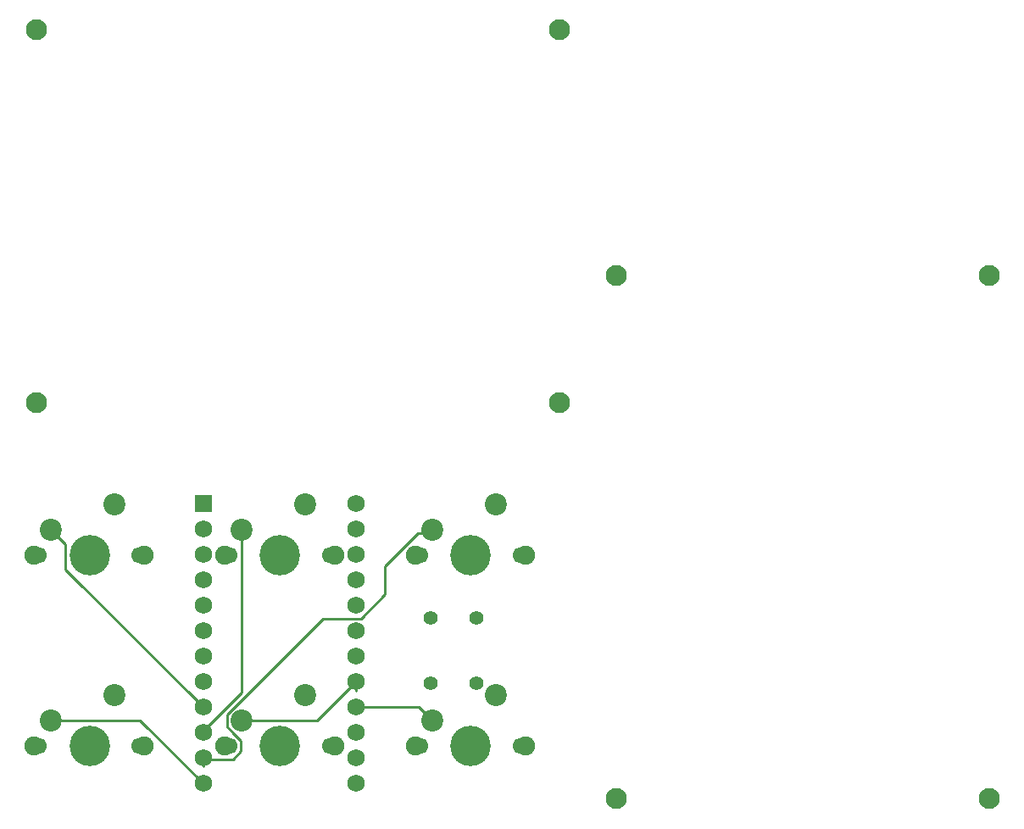
<source format=gbr>
%TF.GenerationSoftware,Altium Limited,Altium Designer,20.1.12 (249)*%
G04 Layer_Physical_Order=2*
G04 Layer_Color=16711680*
%FSLAX26Y26*%
%MOIN*%
%TF.SameCoordinates,9E99BA8B-9897-4C81-AE0E-6E9FF3DC4262*%
%TF.FilePolarity,Positive*%
%TF.FileFunction,Copper,L2,Bot,Signal*%
%TF.Part,Single*%
G01*
G75*
%TA.AperFunction,Conductor*%
%ADD10C,0.010000*%
%TA.AperFunction,ViaPad*%
%ADD11C,0.082677*%
%TA.AperFunction,ComponentPad*%
%ADD12C,0.055118*%
%ADD13C,0.066929*%
%ADD14C,0.074803*%
%ADD15C,0.086614*%
%ADD16C,0.159449*%
%ADD17C,0.069016*%
%ADD18R,0.069016X0.069016*%
D10*
X1654954Y403779D02*
X1655745D01*
X1602828Y455906D02*
X1654954Y403779D01*
X1355315Y455906D02*
X1602828D01*
X157083Y404803D02*
X506417D01*
X755315Y155905D01*
X848225Y379628D02*
X875609Y352244D01*
X1640849Y1139356D02*
X1655508Y1154016D01*
X755315Y363305D02*
X906296Y514286D01*
X871685Y251378D02*
X904012Y283705D01*
X875622Y352244D02*
X904012Y323854D01*
X848225Y379628D02*
Y427931D01*
X1225707Y805413D02*
X1374838D01*
X755315Y355906D02*
Y363305D01*
X759843Y251378D02*
X871685D01*
X904012Y283705D02*
Y323854D01*
X848225Y427931D02*
X1225707Y805413D01*
X1374838D02*
X1470364Y900939D01*
X906296Y514286D02*
Y1154016D01*
X755315Y255905D02*
X759843Y251378D01*
X875609Y352244D02*
X875622D01*
X1470364Y900939D02*
Y1010891D01*
X1598829Y1139356D01*
X1640849D01*
X906532Y403779D02*
X1203189D01*
X1355315Y555905D01*
X212949Y998271D02*
Y1098149D01*
Y998271D02*
X755315Y455906D01*
X157083Y1154016D02*
X212949Y1098149D01*
X1655745Y403779D02*
Y406435D01*
X755118Y223543D02*
X755394Y223819D01*
X157083Y404803D02*
X157359Y405079D01*
X1355394Y521163D02*
Y523819D01*
D11*
X2378937Y96457D02*
D03*
Y2153543D02*
D03*
X3845472D02*
D03*
Y96457D02*
D03*
D03*
D03*
X2155512Y3120079D02*
D03*
D03*
D03*
X98425D02*
D03*
Y1653543D02*
D03*
X2155512D02*
D03*
D12*
X1828819Y549213D02*
D03*
X1647716D02*
D03*
X1828819Y809055D02*
D03*
X1647716D02*
D03*
D13*
X506099Y304803D02*
D03*
X106099D02*
D03*
X506099Y1054016D02*
D03*
X106099D02*
D03*
X1255548Y303779D02*
D03*
X855548D02*
D03*
X1255312Y1054016D02*
D03*
X855312D02*
D03*
X2004760Y303779D02*
D03*
X1604760D02*
D03*
X2004524Y1054016D02*
D03*
X1604524D02*
D03*
D14*
X522634Y304803D02*
D03*
X89170D02*
D03*
X522634Y1054016D02*
D03*
X89170D02*
D03*
X1272083Y303779D02*
D03*
X838619D02*
D03*
X1271847Y1054016D02*
D03*
X838383D02*
D03*
X2021296Y303779D02*
D03*
X1587831D02*
D03*
X2021060Y1054016D02*
D03*
X1587595D02*
D03*
D15*
X407083Y504803D02*
D03*
X157083Y404803D02*
D03*
X407083Y1254016D02*
D03*
X157083Y1154016D02*
D03*
X1156532Y503779D02*
D03*
X906532Y403779D02*
D03*
X1156296Y1254016D02*
D03*
X906296Y1154016D02*
D03*
X1905745Y503779D02*
D03*
X1655745Y403779D02*
D03*
X1905508Y1254016D02*
D03*
X1655508Y1154016D02*
D03*
D16*
X307674Y305394D02*
D03*
Y1054606D02*
D03*
X1057123Y304370D02*
D03*
X1056887Y1054606D02*
D03*
X1806335Y304370D02*
D03*
X1806099Y1054606D02*
D03*
D17*
X1355315Y1055906D02*
D03*
Y255905D02*
D03*
Y655905D02*
D03*
Y155905D02*
D03*
Y455906D02*
D03*
Y355906D02*
D03*
Y855905D02*
D03*
Y755905D02*
D03*
Y1155906D02*
D03*
Y955905D02*
D03*
Y1255906D02*
D03*
Y555905D02*
D03*
X755315Y255905D02*
D03*
Y655905D02*
D03*
Y1055906D02*
D03*
Y155905D02*
D03*
Y455906D02*
D03*
Y355906D02*
D03*
Y855905D02*
D03*
Y755905D02*
D03*
Y955905D02*
D03*
Y1155906D02*
D03*
Y555905D02*
D03*
D18*
Y1255906D02*
D03*
%TF.MD5,2b8e767f8b6ff755062f5de9b6be4fee*%
M02*

</source>
